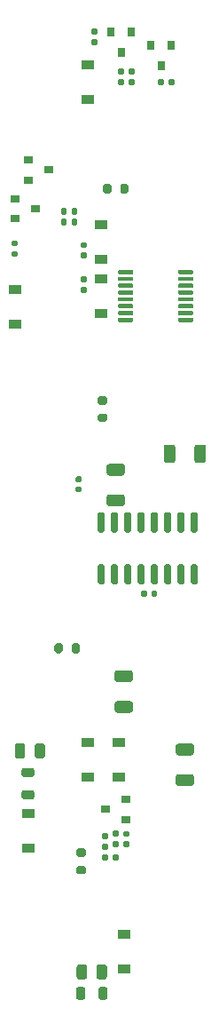
<source format=gbr>
G04 #@! TF.GenerationSoftware,KiCad,Pcbnew,(5.1.9)-1*
G04 #@! TF.CreationDate,2021-08-04T02:23:12+02:00*
G04 #@! TF.ProjectId,sequswit,73657175-7377-4697-942e-6b696361645f,rev?*
G04 #@! TF.SameCoordinates,Original*
G04 #@! TF.FileFunction,Paste,Bot*
G04 #@! TF.FilePolarity,Positive*
%FSLAX46Y46*%
G04 Gerber Fmt 4.6, Leading zero omitted, Abs format (unit mm)*
G04 Created by KiCad (PCBNEW (5.1.9)-1) date 2021-08-04 02:23:12*
%MOMM*%
%LPD*%
G01*
G04 APERTURE LIST*
%ADD10R,1.200000X0.900000*%
%ADD11R,0.900000X0.800000*%
%ADD12R,0.800000X0.900000*%
G04 APERTURE END LIST*
G04 #@! TO.C,R15*
G36*
G01*
X258181001Y-154355500D02*
X256930999Y-154355500D01*
G75*
G02*
X256681000Y-154105501I0J249999D01*
G01*
X256681000Y-153480499D01*
G75*
G02*
X256930999Y-153230500I249999J0D01*
G01*
X258181001Y-153230500D01*
G75*
G02*
X258431000Y-153480499I0J-249999D01*
G01*
X258431000Y-154105501D01*
G75*
G02*
X258181001Y-154355500I-249999J0D01*
G01*
G37*
G36*
G01*
X258181001Y-157280500D02*
X256930999Y-157280500D01*
G75*
G02*
X256681000Y-157030501I0J249999D01*
G01*
X256681000Y-156405499D01*
G75*
G02*
X256930999Y-156155500I249999J0D01*
G01*
X258181001Y-156155500D01*
G75*
G02*
X258431000Y-156405499I0J-249999D01*
G01*
X258431000Y-157030501D01*
G75*
G02*
X258181001Y-157280500I-249999J0D01*
G01*
G37*
G04 #@! TD*
G04 #@! TO.C,R14*
G36*
G01*
X252339001Y-147374500D02*
X251088999Y-147374500D01*
G75*
G02*
X250839000Y-147124501I0J249999D01*
G01*
X250839000Y-146499499D01*
G75*
G02*
X251088999Y-146249500I249999J0D01*
G01*
X252339001Y-146249500D01*
G75*
G02*
X252589000Y-146499499I0J-249999D01*
G01*
X252589000Y-147124501D01*
G75*
G02*
X252339001Y-147374500I-249999J0D01*
G01*
G37*
G36*
G01*
X252339001Y-150299500D02*
X251088999Y-150299500D01*
G75*
G02*
X250839000Y-150049501I0J249999D01*
G01*
X250839000Y-149424499D01*
G75*
G02*
X251088999Y-149174500I249999J0D01*
G01*
X252339001Y-149174500D01*
G75*
G02*
X252589000Y-149424499I0J-249999D01*
G01*
X252589000Y-150049501D01*
G75*
G02*
X252339001Y-150299500I-249999J0D01*
G01*
G37*
G04 #@! TD*
G04 #@! TO.C,R13*
G36*
G01*
X250326999Y-129485500D02*
X251577001Y-129485500D01*
G75*
G02*
X251827000Y-129735499I0J-249999D01*
G01*
X251827000Y-130360501D01*
G75*
G02*
X251577001Y-130610500I-249999J0D01*
G01*
X250326999Y-130610500D01*
G75*
G02*
X250077000Y-130360501I0J249999D01*
G01*
X250077000Y-129735499D01*
G75*
G02*
X250326999Y-129485500I249999J0D01*
G01*
G37*
G36*
G01*
X250326999Y-126560500D02*
X251577001Y-126560500D01*
G75*
G02*
X251827000Y-126810499I0J-249999D01*
G01*
X251827000Y-127435501D01*
G75*
G02*
X251577001Y-127685500I-249999J0D01*
G01*
X250326999Y-127685500D01*
G75*
G02*
X250077000Y-127435501I0J249999D01*
G01*
X250077000Y-126810499D01*
G75*
G02*
X250326999Y-126560500I249999J0D01*
G01*
G37*
G04 #@! TD*
G04 #@! TO.C,R2*
G36*
G01*
X256656000Y-124977999D02*
X256656000Y-126228001D01*
G75*
G02*
X256406001Y-126478000I-249999J0D01*
G01*
X255780999Y-126478000D01*
G75*
G02*
X255531000Y-126228001I0J249999D01*
G01*
X255531000Y-124977999D01*
G75*
G02*
X255780999Y-124728000I249999J0D01*
G01*
X256406001Y-124728000D01*
G75*
G02*
X256656000Y-124977999I0J-249999D01*
G01*
G37*
G36*
G01*
X259581000Y-124977999D02*
X259581000Y-126228001D01*
G75*
G02*
X259331001Y-126478000I-249999J0D01*
G01*
X258705999Y-126478000D01*
G75*
G02*
X258456000Y-126228001I0J249999D01*
G01*
X258456000Y-124977999D01*
G75*
G02*
X258705999Y-124728000I249999J0D01*
G01*
X259331001Y-124728000D01*
G75*
G02*
X259581000Y-124977999I0J-249999D01*
G01*
G37*
G04 #@! TD*
G04 #@! TO.C,R10*
G36*
G01*
X250206000Y-163899000D02*
X250206000Y-164269000D01*
G75*
G02*
X250071000Y-164404000I-135000J0D01*
G01*
X249801000Y-164404000D01*
G75*
G02*
X249666000Y-164269000I0J135000D01*
G01*
X249666000Y-163899000D01*
G75*
G02*
X249801000Y-163764000I135000J0D01*
G01*
X250071000Y-163764000D01*
G75*
G02*
X250206000Y-163899000I0J-135000D01*
G01*
G37*
G36*
G01*
X251226000Y-163899000D02*
X251226000Y-164269000D01*
G75*
G02*
X251091000Y-164404000I-135000J0D01*
G01*
X250821000Y-164404000D01*
G75*
G02*
X250686000Y-164269000I0J135000D01*
G01*
X250686000Y-163899000D01*
G75*
G02*
X250821000Y-163764000I135000J0D01*
G01*
X251091000Y-163764000D01*
G75*
G02*
X251226000Y-163899000I0J-135000D01*
G01*
G37*
G04 #@! TD*
G04 #@! TO.C,FB2*
G36*
G01*
X248041000Y-176656750D02*
X248041000Y-177419250D01*
G75*
G02*
X247822250Y-177638000I-218750J0D01*
G01*
X247384750Y-177638000D01*
G75*
G02*
X247166000Y-177419250I0J218750D01*
G01*
X247166000Y-176656750D01*
G75*
G02*
X247384750Y-176438000I218750J0D01*
G01*
X247822250Y-176438000D01*
G75*
G02*
X248041000Y-176656750I0J-218750D01*
G01*
G37*
G36*
G01*
X250166000Y-176656750D02*
X250166000Y-177419250D01*
G75*
G02*
X249947250Y-177638000I-218750J0D01*
G01*
X249509750Y-177638000D01*
G75*
G02*
X249291000Y-177419250I0J218750D01*
G01*
X249291000Y-176656750D01*
G75*
G02*
X249509750Y-176438000I218750J0D01*
G01*
X249947250Y-176438000D01*
G75*
G02*
X250166000Y-176656750I0J-218750D01*
G01*
G37*
G04 #@! TD*
G04 #@! TO.C,FB1*
G36*
G01*
X242188750Y-157677500D02*
X242951250Y-157677500D01*
G75*
G02*
X243170000Y-157896250I0J-218750D01*
G01*
X243170000Y-158333750D01*
G75*
G02*
X242951250Y-158552500I-218750J0D01*
G01*
X242188750Y-158552500D01*
G75*
G02*
X241970000Y-158333750I0J218750D01*
G01*
X241970000Y-157896250D01*
G75*
G02*
X242188750Y-157677500I218750J0D01*
G01*
G37*
G36*
G01*
X242188750Y-155552500D02*
X242951250Y-155552500D01*
G75*
G02*
X243170000Y-155771250I0J-218750D01*
G01*
X243170000Y-156208750D01*
G75*
G02*
X242951250Y-156427500I-218750J0D01*
G01*
X242188750Y-156427500D01*
G75*
G02*
X241970000Y-156208750I0J218750D01*
G01*
X241970000Y-155771250D01*
G75*
G02*
X242188750Y-155552500I218750J0D01*
G01*
G37*
G04 #@! TD*
D10*
G04 #@! TO.C,D12*
X251714000Y-174752000D03*
X251714000Y-171452000D03*
G04 #@! TD*
G04 #@! TO.C,D11*
X242570000Y-163195000D03*
X242570000Y-159895000D03*
G04 #@! TD*
G04 #@! TO.C,C6*
G36*
G01*
X249116000Y-175481000D02*
X249116000Y-174531000D01*
G75*
G02*
X249366000Y-174281000I250000J0D01*
G01*
X249866000Y-174281000D01*
G75*
G02*
X250116000Y-174531000I0J-250000D01*
G01*
X250116000Y-175481000D01*
G75*
G02*
X249866000Y-175731000I-250000J0D01*
G01*
X249366000Y-175731000D01*
G75*
G02*
X249116000Y-175481000I0J250000D01*
G01*
G37*
G36*
G01*
X247216000Y-175481000D02*
X247216000Y-174531000D01*
G75*
G02*
X247466000Y-174281000I250000J0D01*
G01*
X247966000Y-174281000D01*
G75*
G02*
X248216000Y-174531000I0J-250000D01*
G01*
X248216000Y-175481000D01*
G75*
G02*
X247966000Y-175731000I-250000J0D01*
G01*
X247466000Y-175731000D01*
G75*
G02*
X247216000Y-175481000I0J250000D01*
G01*
G37*
G04 #@! TD*
G04 #@! TO.C,C5*
G36*
G01*
X242308000Y-153449000D02*
X242308000Y-154399000D01*
G75*
G02*
X242058000Y-154649000I-250000J0D01*
G01*
X241558000Y-154649000D01*
G75*
G02*
X241308000Y-154399000I0J250000D01*
G01*
X241308000Y-153449000D01*
G75*
G02*
X241558000Y-153199000I250000J0D01*
G01*
X242058000Y-153199000D01*
G75*
G02*
X242308000Y-153449000I0J-250000D01*
G01*
G37*
G36*
G01*
X244208000Y-153449000D02*
X244208000Y-154399000D01*
G75*
G02*
X243958000Y-154649000I-250000J0D01*
G01*
X243458000Y-154649000D01*
G75*
G02*
X243208000Y-154399000I0J250000D01*
G01*
X243208000Y-153449000D01*
G75*
G02*
X243458000Y-153199000I250000J0D01*
G01*
X243958000Y-153199000D01*
G75*
G02*
X244208000Y-153449000I0J-250000D01*
G01*
G37*
G04 #@! TD*
G04 #@! TO.C,R19*
G36*
G01*
X247925000Y-164040000D02*
X247375000Y-164040000D01*
G75*
G02*
X247175000Y-163840000I0J200000D01*
G01*
X247175000Y-163440000D01*
G75*
G02*
X247375000Y-163240000I200000J0D01*
G01*
X247925000Y-163240000D01*
G75*
G02*
X248125000Y-163440000I0J-200000D01*
G01*
X248125000Y-163840000D01*
G75*
G02*
X247925000Y-164040000I-200000J0D01*
G01*
G37*
G36*
G01*
X247925000Y-165690000D02*
X247375000Y-165690000D01*
G75*
G02*
X247175000Y-165490000I0J200000D01*
G01*
X247175000Y-165090000D01*
G75*
G02*
X247375000Y-164890000I200000J0D01*
G01*
X247925000Y-164890000D01*
G75*
G02*
X248125000Y-165090000I0J-200000D01*
G01*
X248125000Y-165490000D01*
G75*
G02*
X247925000Y-165690000I-200000J0D01*
G01*
G37*
G04 #@! TD*
G04 #@! TO.C,R18*
G36*
G01*
X245891000Y-143870000D02*
X245891000Y-144420000D01*
G75*
G02*
X245691000Y-144620000I-200000J0D01*
G01*
X245291000Y-144620000D01*
G75*
G02*
X245091000Y-144420000I0J200000D01*
G01*
X245091000Y-143870000D01*
G75*
G02*
X245291000Y-143670000I200000J0D01*
G01*
X245691000Y-143670000D01*
G75*
G02*
X245891000Y-143870000I0J-200000D01*
G01*
G37*
G36*
G01*
X247541000Y-143870000D02*
X247541000Y-144420000D01*
G75*
G02*
X247341000Y-144620000I-200000J0D01*
G01*
X246941000Y-144620000D01*
G75*
G02*
X246741000Y-144420000I0J200000D01*
G01*
X246741000Y-143870000D01*
G75*
G02*
X246941000Y-143670000I200000J0D01*
G01*
X247341000Y-143670000D01*
G75*
G02*
X247541000Y-143870000I0J-200000D01*
G01*
G37*
G04 #@! TD*
G04 #@! TO.C,R17*
G36*
G01*
X249957000Y-120924000D02*
X249407000Y-120924000D01*
G75*
G02*
X249207000Y-120724000I0J200000D01*
G01*
X249207000Y-120324000D01*
G75*
G02*
X249407000Y-120124000I200000J0D01*
G01*
X249957000Y-120124000D01*
G75*
G02*
X250157000Y-120324000I0J-200000D01*
G01*
X250157000Y-120724000D01*
G75*
G02*
X249957000Y-120924000I-200000J0D01*
G01*
G37*
G36*
G01*
X249957000Y-122574000D02*
X249407000Y-122574000D01*
G75*
G02*
X249207000Y-122374000I0J200000D01*
G01*
X249207000Y-121974000D01*
G75*
G02*
X249407000Y-121774000I200000J0D01*
G01*
X249957000Y-121774000D01*
G75*
G02*
X250157000Y-121974000I0J-200000D01*
G01*
X250157000Y-122374000D01*
G75*
G02*
X249957000Y-122574000I-200000J0D01*
G01*
G37*
G04 #@! TD*
G04 #@! TO.C,R16*
G36*
G01*
X251377000Y-100605000D02*
X251377000Y-100055000D01*
G75*
G02*
X251577000Y-99855000I200000J0D01*
G01*
X251977000Y-99855000D01*
G75*
G02*
X252177000Y-100055000I0J-200000D01*
G01*
X252177000Y-100605000D01*
G75*
G02*
X251977000Y-100805000I-200000J0D01*
G01*
X251577000Y-100805000D01*
G75*
G02*
X251377000Y-100605000I0J200000D01*
G01*
G37*
G36*
G01*
X249727000Y-100605000D02*
X249727000Y-100055000D01*
G75*
G02*
X249927000Y-99855000I200000J0D01*
G01*
X250327000Y-99855000D01*
G75*
G02*
X250527000Y-100055000I0J-200000D01*
G01*
X250527000Y-100605000D01*
G75*
G02*
X250327000Y-100805000I-200000J0D01*
G01*
X249927000Y-100805000D01*
G75*
G02*
X249727000Y-100605000I0J200000D01*
G01*
G37*
G04 #@! TD*
G04 #@! TO.C,R12*
G36*
G01*
X250121000Y-162320000D02*
X249751000Y-162320000D01*
G75*
G02*
X249616000Y-162185000I0J135000D01*
G01*
X249616000Y-161915000D01*
G75*
G02*
X249751000Y-161780000I135000J0D01*
G01*
X250121000Y-161780000D01*
G75*
G02*
X250256000Y-161915000I0J-135000D01*
G01*
X250256000Y-162185000D01*
G75*
G02*
X250121000Y-162320000I-135000J0D01*
G01*
G37*
G36*
G01*
X250121000Y-163340000D02*
X249751000Y-163340000D01*
G75*
G02*
X249616000Y-163205000I0J135000D01*
G01*
X249616000Y-162935000D01*
G75*
G02*
X249751000Y-162800000I135000J0D01*
G01*
X250121000Y-162800000D01*
G75*
G02*
X250256000Y-162935000I0J-135000D01*
G01*
X250256000Y-163205000D01*
G75*
G02*
X250121000Y-163340000I-135000J0D01*
G01*
G37*
G04 #@! TD*
G04 #@! TO.C,R11*
G36*
G01*
X250767000Y-162546000D02*
X251137000Y-162546000D01*
G75*
G02*
X251272000Y-162681000I0J-135000D01*
G01*
X251272000Y-162951000D01*
G75*
G02*
X251137000Y-163086000I-135000J0D01*
G01*
X250767000Y-163086000D01*
G75*
G02*
X250632000Y-162951000I0J135000D01*
G01*
X250632000Y-162681000D01*
G75*
G02*
X250767000Y-162546000I135000J0D01*
G01*
G37*
G36*
G01*
X250767000Y-161526000D02*
X251137000Y-161526000D01*
G75*
G02*
X251272000Y-161661000I0J-135000D01*
G01*
X251272000Y-161931000D01*
G75*
G02*
X251137000Y-162066000I-135000J0D01*
G01*
X250767000Y-162066000D01*
G75*
G02*
X250632000Y-161931000I0J135000D01*
G01*
X250632000Y-161661000D01*
G75*
G02*
X250767000Y-161526000I135000J0D01*
G01*
G37*
G04 #@! TD*
D11*
G04 #@! TO.C,Q5*
X249952000Y-159512000D03*
X251952000Y-160462000D03*
X251952000Y-158562000D03*
G04 #@! TD*
D10*
G04 #@! TO.C,D6*
X248285000Y-156462000D03*
X248285000Y-153162000D03*
G04 #@! TD*
G04 #@! TO.C,D5*
X251206000Y-156462000D03*
X251206000Y-153162000D03*
G04 #@! TD*
G04 #@! TO.C,C4*
G36*
G01*
X253955000Y-138768000D02*
X253955000Y-139108000D01*
G75*
G02*
X253815000Y-139248000I-140000J0D01*
G01*
X253535000Y-139248000D01*
G75*
G02*
X253395000Y-139108000I0J140000D01*
G01*
X253395000Y-138768000D01*
G75*
G02*
X253535000Y-138628000I140000J0D01*
G01*
X253815000Y-138628000D01*
G75*
G02*
X253955000Y-138768000I0J-140000D01*
G01*
G37*
G36*
G01*
X254915000Y-138768000D02*
X254915000Y-139108000D01*
G75*
G02*
X254775000Y-139248000I-140000J0D01*
G01*
X254495000Y-139248000D01*
G75*
G02*
X254355000Y-139108000I0J140000D01*
G01*
X254355000Y-138768000D01*
G75*
G02*
X254495000Y-138628000I140000J0D01*
G01*
X254775000Y-138628000D01*
G75*
G02*
X254915000Y-138768000I0J-140000D01*
G01*
G37*
G04 #@! TD*
G04 #@! TO.C,C3*
G36*
G01*
X247566000Y-128324000D02*
X247226000Y-128324000D01*
G75*
G02*
X247086000Y-128184000I0J140000D01*
G01*
X247086000Y-127904000D01*
G75*
G02*
X247226000Y-127764000I140000J0D01*
G01*
X247566000Y-127764000D01*
G75*
G02*
X247706000Y-127904000I0J-140000D01*
G01*
X247706000Y-128184000D01*
G75*
G02*
X247566000Y-128324000I-140000J0D01*
G01*
G37*
G36*
G01*
X247566000Y-129284000D02*
X247226000Y-129284000D01*
G75*
G02*
X247086000Y-129144000I0J140000D01*
G01*
X247086000Y-128864000D01*
G75*
G02*
X247226000Y-128724000I140000J0D01*
G01*
X247566000Y-128724000D01*
G75*
G02*
X247706000Y-128864000I0J-140000D01*
G01*
X247706000Y-129144000D01*
G75*
G02*
X247566000Y-129284000I-140000J0D01*
G01*
G37*
G04 #@! TD*
G04 #@! TO.C,C2*
G36*
G01*
X247734000Y-106400000D02*
X248074000Y-106400000D01*
G75*
G02*
X248214000Y-106540000I0J-140000D01*
G01*
X248214000Y-106820000D01*
G75*
G02*
X248074000Y-106960000I-140000J0D01*
G01*
X247734000Y-106960000D01*
G75*
G02*
X247594000Y-106820000I0J140000D01*
G01*
X247594000Y-106540000D01*
G75*
G02*
X247734000Y-106400000I140000J0D01*
G01*
G37*
G36*
G01*
X247734000Y-105440000D02*
X248074000Y-105440000D01*
G75*
G02*
X248214000Y-105580000I0J-140000D01*
G01*
X248214000Y-105860000D01*
G75*
G02*
X248074000Y-106000000I-140000J0D01*
G01*
X247734000Y-106000000D01*
G75*
G02*
X247594000Y-105860000I0J140000D01*
G01*
X247594000Y-105580000D01*
G75*
G02*
X247734000Y-105440000I140000J0D01*
G01*
G37*
G04 #@! TD*
G04 #@! TO.C,C1*
G36*
G01*
X251798000Y-162534000D02*
X252138000Y-162534000D01*
G75*
G02*
X252278000Y-162674000I0J-140000D01*
G01*
X252278000Y-162954000D01*
G75*
G02*
X252138000Y-163094000I-140000J0D01*
G01*
X251798000Y-163094000D01*
G75*
G02*
X251658000Y-162954000I0J140000D01*
G01*
X251658000Y-162674000D01*
G75*
G02*
X251798000Y-162534000I140000J0D01*
G01*
G37*
G36*
G01*
X251798000Y-161574000D02*
X252138000Y-161574000D01*
G75*
G02*
X252278000Y-161714000I0J-140000D01*
G01*
X252278000Y-161994000D01*
G75*
G02*
X252138000Y-162134000I-140000J0D01*
G01*
X251798000Y-162134000D01*
G75*
G02*
X251658000Y-161994000I0J140000D01*
G01*
X251658000Y-161714000D01*
G75*
G02*
X251798000Y-161574000I140000J0D01*
G01*
G37*
G04 #@! TD*
G04 #@! TO.C,R9*
G36*
G01*
X248089000Y-109236000D02*
X247719000Y-109236000D01*
G75*
G02*
X247584000Y-109101000I0J135000D01*
G01*
X247584000Y-108831000D01*
G75*
G02*
X247719000Y-108696000I135000J0D01*
G01*
X248089000Y-108696000D01*
G75*
G02*
X248224000Y-108831000I0J-135000D01*
G01*
X248224000Y-109101000D01*
G75*
G02*
X248089000Y-109236000I-135000J0D01*
G01*
G37*
G36*
G01*
X248089000Y-110256000D02*
X247719000Y-110256000D01*
G75*
G02*
X247584000Y-110121000I0J135000D01*
G01*
X247584000Y-109851000D01*
G75*
G02*
X247719000Y-109716000I135000J0D01*
G01*
X248089000Y-109716000D01*
G75*
G02*
X248224000Y-109851000I0J-135000D01*
G01*
X248224000Y-110121000D01*
G75*
G02*
X248089000Y-110256000I-135000J0D01*
G01*
G37*
G04 #@! TD*
G04 #@! TO.C,R8*
G36*
G01*
X256018000Y-90355000D02*
X256018000Y-89985000D01*
G75*
G02*
X256153000Y-89850000I135000J0D01*
G01*
X256423000Y-89850000D01*
G75*
G02*
X256558000Y-89985000I0J-135000D01*
G01*
X256558000Y-90355000D01*
G75*
G02*
X256423000Y-90490000I-135000J0D01*
G01*
X256153000Y-90490000D01*
G75*
G02*
X256018000Y-90355000I0J135000D01*
G01*
G37*
G36*
G01*
X254998000Y-90355000D02*
X254998000Y-89985000D01*
G75*
G02*
X255133000Y-89850000I135000J0D01*
G01*
X255403000Y-89850000D01*
G75*
G02*
X255538000Y-89985000I0J-135000D01*
G01*
X255538000Y-90355000D01*
G75*
G02*
X255403000Y-90490000I-135000J0D01*
G01*
X255133000Y-90490000D01*
G75*
G02*
X254998000Y-90355000I0J135000D01*
G01*
G37*
G04 #@! TD*
G04 #@! TO.C,R7*
G36*
G01*
X246747000Y-102674000D02*
X246747000Y-102304000D01*
G75*
G02*
X246882000Y-102169000I135000J0D01*
G01*
X247152000Y-102169000D01*
G75*
G02*
X247287000Y-102304000I0J-135000D01*
G01*
X247287000Y-102674000D01*
G75*
G02*
X247152000Y-102809000I-135000J0D01*
G01*
X246882000Y-102809000D01*
G75*
G02*
X246747000Y-102674000I0J135000D01*
G01*
G37*
G36*
G01*
X245727000Y-102674000D02*
X245727000Y-102304000D01*
G75*
G02*
X245862000Y-102169000I135000J0D01*
G01*
X246132000Y-102169000D01*
G75*
G02*
X246267000Y-102304000I0J-135000D01*
G01*
X246267000Y-102674000D01*
G75*
G02*
X246132000Y-102809000I-135000J0D01*
G01*
X245862000Y-102809000D01*
G75*
G02*
X245727000Y-102674000I0J135000D01*
G01*
G37*
G04 #@! TD*
G04 #@! TO.C,R6*
G36*
G01*
X246265000Y-103320000D02*
X246265000Y-103690000D01*
G75*
G02*
X246130000Y-103825000I-135000J0D01*
G01*
X245860000Y-103825000D01*
G75*
G02*
X245725000Y-103690000I0J135000D01*
G01*
X245725000Y-103320000D01*
G75*
G02*
X245860000Y-103185000I135000J0D01*
G01*
X246130000Y-103185000D01*
G75*
G02*
X246265000Y-103320000I0J-135000D01*
G01*
G37*
G36*
G01*
X247285000Y-103320000D02*
X247285000Y-103690000D01*
G75*
G02*
X247150000Y-103825000I-135000J0D01*
G01*
X246880000Y-103825000D01*
G75*
G02*
X246745000Y-103690000I0J135000D01*
G01*
X246745000Y-103320000D01*
G75*
G02*
X246880000Y-103185000I135000J0D01*
G01*
X247150000Y-103185000D01*
G75*
G02*
X247285000Y-103320000I0J-135000D01*
G01*
G37*
G04 #@! TD*
G04 #@! TO.C,R5*
G36*
G01*
X251645000Y-89420000D02*
X251275000Y-89420000D01*
G75*
G02*
X251140000Y-89285000I0J135000D01*
G01*
X251140000Y-89015000D01*
G75*
G02*
X251275000Y-88880000I135000J0D01*
G01*
X251645000Y-88880000D01*
G75*
G02*
X251780000Y-89015000I0J-135000D01*
G01*
X251780000Y-89285000D01*
G75*
G02*
X251645000Y-89420000I-135000J0D01*
G01*
G37*
G36*
G01*
X251645000Y-90440000D02*
X251275000Y-90440000D01*
G75*
G02*
X251140000Y-90305000I0J135000D01*
G01*
X251140000Y-90035000D01*
G75*
G02*
X251275000Y-89900000I135000J0D01*
G01*
X251645000Y-89900000D01*
G75*
G02*
X251780000Y-90035000I0J-135000D01*
G01*
X251780000Y-90305000D01*
G75*
G02*
X251645000Y-90440000I-135000J0D01*
G01*
G37*
G04 #@! TD*
G04 #@! TO.C,R4*
G36*
G01*
X241115000Y-106285000D02*
X241485000Y-106285000D01*
G75*
G02*
X241620000Y-106420000I0J-135000D01*
G01*
X241620000Y-106690000D01*
G75*
G02*
X241485000Y-106825000I-135000J0D01*
G01*
X241115000Y-106825000D01*
G75*
G02*
X240980000Y-106690000I0J135000D01*
G01*
X240980000Y-106420000D01*
G75*
G02*
X241115000Y-106285000I135000J0D01*
G01*
G37*
G36*
G01*
X241115000Y-105265000D02*
X241485000Y-105265000D01*
G75*
G02*
X241620000Y-105400000I0J-135000D01*
G01*
X241620000Y-105670000D01*
G75*
G02*
X241485000Y-105805000I-135000J0D01*
G01*
X241115000Y-105805000D01*
G75*
G02*
X240980000Y-105670000I0J135000D01*
G01*
X240980000Y-105400000D01*
G75*
G02*
X241115000Y-105265000I135000J0D01*
G01*
G37*
G04 #@! TD*
D11*
G04 #@! TO.C,Q4*
X244586000Y-98552000D03*
X242586000Y-97602000D03*
X242586000Y-99502000D03*
G04 #@! TD*
G04 #@! TO.C,Q3*
X243300000Y-102235000D03*
X241300000Y-101285000D03*
X241300000Y-103185000D03*
G04 #@! TD*
D12*
G04 #@! TO.C,Q2*
X251460000Y-87360000D03*
X252410000Y-85360000D03*
X250510000Y-85360000D03*
G04 #@! TD*
D10*
G04 #@! TO.C,D4*
X241300000Y-113283000D03*
X241300000Y-109983000D03*
G04 #@! TD*
G04 #@! TO.C,D3*
X249555000Y-112266000D03*
X249555000Y-108966000D03*
G04 #@! TD*
G04 #@! TO.C,D2*
X249555000Y-103761000D03*
X249555000Y-107061000D03*
G04 #@! TD*
G04 #@! TO.C,R3*
G36*
G01*
X252291000Y-89902000D02*
X252661000Y-89902000D01*
G75*
G02*
X252796000Y-90037000I0J-135000D01*
G01*
X252796000Y-90307000D01*
G75*
G02*
X252661000Y-90442000I-135000J0D01*
G01*
X252291000Y-90442000D01*
G75*
G02*
X252156000Y-90307000I0J135000D01*
G01*
X252156000Y-90037000D01*
G75*
G02*
X252291000Y-89902000I135000J0D01*
G01*
G37*
G36*
G01*
X252291000Y-88882000D02*
X252661000Y-88882000D01*
G75*
G02*
X252796000Y-89017000I0J-135000D01*
G01*
X252796000Y-89287000D01*
G75*
G02*
X252661000Y-89422000I-135000J0D01*
G01*
X252291000Y-89422000D01*
G75*
G02*
X252156000Y-89287000I0J135000D01*
G01*
X252156000Y-89017000D01*
G75*
G02*
X252291000Y-88882000I135000J0D01*
G01*
G37*
G04 #@! TD*
D12*
G04 #@! TO.C,Q1*
X255270000Y-88630000D03*
X256220000Y-86630000D03*
X254320000Y-86630000D03*
G04 #@! TD*
G04 #@! TO.C,R1*
G36*
G01*
X248735000Y-86090000D02*
X249105000Y-86090000D01*
G75*
G02*
X249240000Y-86225000I0J-135000D01*
G01*
X249240000Y-86495000D01*
G75*
G02*
X249105000Y-86630000I-135000J0D01*
G01*
X248735000Y-86630000D01*
G75*
G02*
X248600000Y-86495000I0J135000D01*
G01*
X248600000Y-86225000D01*
G75*
G02*
X248735000Y-86090000I135000J0D01*
G01*
G37*
G36*
G01*
X248735000Y-85070000D02*
X249105000Y-85070000D01*
G75*
G02*
X249240000Y-85205000I0J-135000D01*
G01*
X249240000Y-85475000D01*
G75*
G02*
X249105000Y-85610000I-135000J0D01*
G01*
X248735000Y-85610000D01*
G75*
G02*
X248600000Y-85475000I0J135000D01*
G01*
X248600000Y-85205000D01*
G75*
G02*
X248735000Y-85070000I135000J0D01*
G01*
G37*
G04 #@! TD*
D10*
G04 #@! TO.C,D1*
X248285000Y-91820000D03*
X248285000Y-88520000D03*
G04 #@! TD*
G04 #@! TO.C,U1*
G36*
G01*
X252637000Y-108186000D02*
X252637000Y-108386000D01*
G75*
G02*
X252537000Y-108486000I-100000J0D01*
G01*
X251262000Y-108486000D01*
G75*
G02*
X251162000Y-108386000I0J100000D01*
G01*
X251162000Y-108186000D01*
G75*
G02*
X251262000Y-108086000I100000J0D01*
G01*
X252537000Y-108086000D01*
G75*
G02*
X252637000Y-108186000I0J-100000D01*
G01*
G37*
G36*
G01*
X252637000Y-108836000D02*
X252637000Y-109036000D01*
G75*
G02*
X252537000Y-109136000I-100000J0D01*
G01*
X251262000Y-109136000D01*
G75*
G02*
X251162000Y-109036000I0J100000D01*
G01*
X251162000Y-108836000D01*
G75*
G02*
X251262000Y-108736000I100000J0D01*
G01*
X252537000Y-108736000D01*
G75*
G02*
X252637000Y-108836000I0J-100000D01*
G01*
G37*
G36*
G01*
X252637000Y-109486000D02*
X252637000Y-109686000D01*
G75*
G02*
X252537000Y-109786000I-100000J0D01*
G01*
X251262000Y-109786000D01*
G75*
G02*
X251162000Y-109686000I0J100000D01*
G01*
X251162000Y-109486000D01*
G75*
G02*
X251262000Y-109386000I100000J0D01*
G01*
X252537000Y-109386000D01*
G75*
G02*
X252637000Y-109486000I0J-100000D01*
G01*
G37*
G36*
G01*
X252637000Y-110136000D02*
X252637000Y-110336000D01*
G75*
G02*
X252537000Y-110436000I-100000J0D01*
G01*
X251262000Y-110436000D01*
G75*
G02*
X251162000Y-110336000I0J100000D01*
G01*
X251162000Y-110136000D01*
G75*
G02*
X251262000Y-110036000I100000J0D01*
G01*
X252537000Y-110036000D01*
G75*
G02*
X252637000Y-110136000I0J-100000D01*
G01*
G37*
G36*
G01*
X252637000Y-110786000D02*
X252637000Y-110986000D01*
G75*
G02*
X252537000Y-111086000I-100000J0D01*
G01*
X251262000Y-111086000D01*
G75*
G02*
X251162000Y-110986000I0J100000D01*
G01*
X251162000Y-110786000D01*
G75*
G02*
X251262000Y-110686000I100000J0D01*
G01*
X252537000Y-110686000D01*
G75*
G02*
X252637000Y-110786000I0J-100000D01*
G01*
G37*
G36*
G01*
X252637000Y-111436000D02*
X252637000Y-111636000D01*
G75*
G02*
X252537000Y-111736000I-100000J0D01*
G01*
X251262000Y-111736000D01*
G75*
G02*
X251162000Y-111636000I0J100000D01*
G01*
X251162000Y-111436000D01*
G75*
G02*
X251262000Y-111336000I100000J0D01*
G01*
X252537000Y-111336000D01*
G75*
G02*
X252637000Y-111436000I0J-100000D01*
G01*
G37*
G36*
G01*
X252637000Y-112086000D02*
X252637000Y-112286000D01*
G75*
G02*
X252537000Y-112386000I-100000J0D01*
G01*
X251262000Y-112386000D01*
G75*
G02*
X251162000Y-112286000I0J100000D01*
G01*
X251162000Y-112086000D01*
G75*
G02*
X251262000Y-111986000I100000J0D01*
G01*
X252537000Y-111986000D01*
G75*
G02*
X252637000Y-112086000I0J-100000D01*
G01*
G37*
G36*
G01*
X252637000Y-112736000D02*
X252637000Y-112936000D01*
G75*
G02*
X252537000Y-113036000I-100000J0D01*
G01*
X251262000Y-113036000D01*
G75*
G02*
X251162000Y-112936000I0J100000D01*
G01*
X251162000Y-112736000D01*
G75*
G02*
X251262000Y-112636000I100000J0D01*
G01*
X252537000Y-112636000D01*
G75*
G02*
X252637000Y-112736000I0J-100000D01*
G01*
G37*
G36*
G01*
X258362000Y-112736000D02*
X258362000Y-112936000D01*
G75*
G02*
X258262000Y-113036000I-100000J0D01*
G01*
X256987000Y-113036000D01*
G75*
G02*
X256887000Y-112936000I0J100000D01*
G01*
X256887000Y-112736000D01*
G75*
G02*
X256987000Y-112636000I100000J0D01*
G01*
X258262000Y-112636000D01*
G75*
G02*
X258362000Y-112736000I0J-100000D01*
G01*
G37*
G36*
G01*
X258362000Y-112086000D02*
X258362000Y-112286000D01*
G75*
G02*
X258262000Y-112386000I-100000J0D01*
G01*
X256987000Y-112386000D01*
G75*
G02*
X256887000Y-112286000I0J100000D01*
G01*
X256887000Y-112086000D01*
G75*
G02*
X256987000Y-111986000I100000J0D01*
G01*
X258262000Y-111986000D01*
G75*
G02*
X258362000Y-112086000I0J-100000D01*
G01*
G37*
G36*
G01*
X258362000Y-111436000D02*
X258362000Y-111636000D01*
G75*
G02*
X258262000Y-111736000I-100000J0D01*
G01*
X256987000Y-111736000D01*
G75*
G02*
X256887000Y-111636000I0J100000D01*
G01*
X256887000Y-111436000D01*
G75*
G02*
X256987000Y-111336000I100000J0D01*
G01*
X258262000Y-111336000D01*
G75*
G02*
X258362000Y-111436000I0J-100000D01*
G01*
G37*
G36*
G01*
X258362000Y-110786000D02*
X258362000Y-110986000D01*
G75*
G02*
X258262000Y-111086000I-100000J0D01*
G01*
X256987000Y-111086000D01*
G75*
G02*
X256887000Y-110986000I0J100000D01*
G01*
X256887000Y-110786000D01*
G75*
G02*
X256987000Y-110686000I100000J0D01*
G01*
X258262000Y-110686000D01*
G75*
G02*
X258362000Y-110786000I0J-100000D01*
G01*
G37*
G36*
G01*
X258362000Y-110136000D02*
X258362000Y-110336000D01*
G75*
G02*
X258262000Y-110436000I-100000J0D01*
G01*
X256987000Y-110436000D01*
G75*
G02*
X256887000Y-110336000I0J100000D01*
G01*
X256887000Y-110136000D01*
G75*
G02*
X256987000Y-110036000I100000J0D01*
G01*
X258262000Y-110036000D01*
G75*
G02*
X258362000Y-110136000I0J-100000D01*
G01*
G37*
G36*
G01*
X258362000Y-109486000D02*
X258362000Y-109686000D01*
G75*
G02*
X258262000Y-109786000I-100000J0D01*
G01*
X256987000Y-109786000D01*
G75*
G02*
X256887000Y-109686000I0J100000D01*
G01*
X256887000Y-109486000D01*
G75*
G02*
X256987000Y-109386000I100000J0D01*
G01*
X258262000Y-109386000D01*
G75*
G02*
X258362000Y-109486000I0J-100000D01*
G01*
G37*
G36*
G01*
X258362000Y-108836000D02*
X258362000Y-109036000D01*
G75*
G02*
X258262000Y-109136000I-100000J0D01*
G01*
X256987000Y-109136000D01*
G75*
G02*
X256887000Y-109036000I0J100000D01*
G01*
X256887000Y-108836000D01*
G75*
G02*
X256987000Y-108736000I100000J0D01*
G01*
X258262000Y-108736000D01*
G75*
G02*
X258362000Y-108836000I0J-100000D01*
G01*
G37*
G36*
G01*
X258362000Y-108186000D02*
X258362000Y-108386000D01*
G75*
G02*
X258262000Y-108486000I-100000J0D01*
G01*
X256987000Y-108486000D01*
G75*
G02*
X256887000Y-108386000I0J100000D01*
G01*
X256887000Y-108186000D01*
G75*
G02*
X256987000Y-108086000I100000J0D01*
G01*
X258262000Y-108086000D01*
G75*
G02*
X258362000Y-108186000I0J-100000D01*
G01*
G37*
G04 #@! TD*
G04 #@! TO.C,U2*
G36*
G01*
X258595000Y-133120000D02*
X258295000Y-133120000D01*
G75*
G02*
X258145000Y-132970000I0J150000D01*
G01*
X258145000Y-131320000D01*
G75*
G02*
X258295000Y-131170000I150000J0D01*
G01*
X258595000Y-131170000D01*
G75*
G02*
X258745000Y-131320000I0J-150000D01*
G01*
X258745000Y-132970000D01*
G75*
G02*
X258595000Y-133120000I-150000J0D01*
G01*
G37*
G36*
G01*
X257325000Y-133120000D02*
X257025000Y-133120000D01*
G75*
G02*
X256875000Y-132970000I0J150000D01*
G01*
X256875000Y-131320000D01*
G75*
G02*
X257025000Y-131170000I150000J0D01*
G01*
X257325000Y-131170000D01*
G75*
G02*
X257475000Y-131320000I0J-150000D01*
G01*
X257475000Y-132970000D01*
G75*
G02*
X257325000Y-133120000I-150000J0D01*
G01*
G37*
G36*
G01*
X256055000Y-133120000D02*
X255755000Y-133120000D01*
G75*
G02*
X255605000Y-132970000I0J150000D01*
G01*
X255605000Y-131320000D01*
G75*
G02*
X255755000Y-131170000I150000J0D01*
G01*
X256055000Y-131170000D01*
G75*
G02*
X256205000Y-131320000I0J-150000D01*
G01*
X256205000Y-132970000D01*
G75*
G02*
X256055000Y-133120000I-150000J0D01*
G01*
G37*
G36*
G01*
X254785000Y-133120000D02*
X254485000Y-133120000D01*
G75*
G02*
X254335000Y-132970000I0J150000D01*
G01*
X254335000Y-131320000D01*
G75*
G02*
X254485000Y-131170000I150000J0D01*
G01*
X254785000Y-131170000D01*
G75*
G02*
X254935000Y-131320000I0J-150000D01*
G01*
X254935000Y-132970000D01*
G75*
G02*
X254785000Y-133120000I-150000J0D01*
G01*
G37*
G36*
G01*
X253515000Y-133120000D02*
X253215000Y-133120000D01*
G75*
G02*
X253065000Y-132970000I0J150000D01*
G01*
X253065000Y-131320000D01*
G75*
G02*
X253215000Y-131170000I150000J0D01*
G01*
X253515000Y-131170000D01*
G75*
G02*
X253665000Y-131320000I0J-150000D01*
G01*
X253665000Y-132970000D01*
G75*
G02*
X253515000Y-133120000I-150000J0D01*
G01*
G37*
G36*
G01*
X252245000Y-133120000D02*
X251945000Y-133120000D01*
G75*
G02*
X251795000Y-132970000I0J150000D01*
G01*
X251795000Y-131320000D01*
G75*
G02*
X251945000Y-131170000I150000J0D01*
G01*
X252245000Y-131170000D01*
G75*
G02*
X252395000Y-131320000I0J-150000D01*
G01*
X252395000Y-132970000D01*
G75*
G02*
X252245000Y-133120000I-150000J0D01*
G01*
G37*
G36*
G01*
X250975000Y-133120000D02*
X250675000Y-133120000D01*
G75*
G02*
X250525000Y-132970000I0J150000D01*
G01*
X250525000Y-131320000D01*
G75*
G02*
X250675000Y-131170000I150000J0D01*
G01*
X250975000Y-131170000D01*
G75*
G02*
X251125000Y-131320000I0J-150000D01*
G01*
X251125000Y-132970000D01*
G75*
G02*
X250975000Y-133120000I-150000J0D01*
G01*
G37*
G36*
G01*
X249705000Y-133120000D02*
X249405000Y-133120000D01*
G75*
G02*
X249255000Y-132970000I0J150000D01*
G01*
X249255000Y-131320000D01*
G75*
G02*
X249405000Y-131170000I150000J0D01*
G01*
X249705000Y-131170000D01*
G75*
G02*
X249855000Y-131320000I0J-150000D01*
G01*
X249855000Y-132970000D01*
G75*
G02*
X249705000Y-133120000I-150000J0D01*
G01*
G37*
G36*
G01*
X249705000Y-138070000D02*
X249405000Y-138070000D01*
G75*
G02*
X249255000Y-137920000I0J150000D01*
G01*
X249255000Y-136270000D01*
G75*
G02*
X249405000Y-136120000I150000J0D01*
G01*
X249705000Y-136120000D01*
G75*
G02*
X249855000Y-136270000I0J-150000D01*
G01*
X249855000Y-137920000D01*
G75*
G02*
X249705000Y-138070000I-150000J0D01*
G01*
G37*
G36*
G01*
X250975000Y-138070000D02*
X250675000Y-138070000D01*
G75*
G02*
X250525000Y-137920000I0J150000D01*
G01*
X250525000Y-136270000D01*
G75*
G02*
X250675000Y-136120000I150000J0D01*
G01*
X250975000Y-136120000D01*
G75*
G02*
X251125000Y-136270000I0J-150000D01*
G01*
X251125000Y-137920000D01*
G75*
G02*
X250975000Y-138070000I-150000J0D01*
G01*
G37*
G36*
G01*
X252245000Y-138070000D02*
X251945000Y-138070000D01*
G75*
G02*
X251795000Y-137920000I0J150000D01*
G01*
X251795000Y-136270000D01*
G75*
G02*
X251945000Y-136120000I150000J0D01*
G01*
X252245000Y-136120000D01*
G75*
G02*
X252395000Y-136270000I0J-150000D01*
G01*
X252395000Y-137920000D01*
G75*
G02*
X252245000Y-138070000I-150000J0D01*
G01*
G37*
G36*
G01*
X253515000Y-138070000D02*
X253215000Y-138070000D01*
G75*
G02*
X253065000Y-137920000I0J150000D01*
G01*
X253065000Y-136270000D01*
G75*
G02*
X253215000Y-136120000I150000J0D01*
G01*
X253515000Y-136120000D01*
G75*
G02*
X253665000Y-136270000I0J-150000D01*
G01*
X253665000Y-137920000D01*
G75*
G02*
X253515000Y-138070000I-150000J0D01*
G01*
G37*
G36*
G01*
X254785000Y-138070000D02*
X254485000Y-138070000D01*
G75*
G02*
X254335000Y-137920000I0J150000D01*
G01*
X254335000Y-136270000D01*
G75*
G02*
X254485000Y-136120000I150000J0D01*
G01*
X254785000Y-136120000D01*
G75*
G02*
X254935000Y-136270000I0J-150000D01*
G01*
X254935000Y-137920000D01*
G75*
G02*
X254785000Y-138070000I-150000J0D01*
G01*
G37*
G36*
G01*
X256055000Y-138070000D02*
X255755000Y-138070000D01*
G75*
G02*
X255605000Y-137920000I0J150000D01*
G01*
X255605000Y-136270000D01*
G75*
G02*
X255755000Y-136120000I150000J0D01*
G01*
X256055000Y-136120000D01*
G75*
G02*
X256205000Y-136270000I0J-150000D01*
G01*
X256205000Y-137920000D01*
G75*
G02*
X256055000Y-138070000I-150000J0D01*
G01*
G37*
G36*
G01*
X257325000Y-138070000D02*
X257025000Y-138070000D01*
G75*
G02*
X256875000Y-137920000I0J150000D01*
G01*
X256875000Y-136270000D01*
G75*
G02*
X257025000Y-136120000I150000J0D01*
G01*
X257325000Y-136120000D01*
G75*
G02*
X257475000Y-136270000I0J-150000D01*
G01*
X257475000Y-137920000D01*
G75*
G02*
X257325000Y-138070000I-150000J0D01*
G01*
G37*
G36*
G01*
X258595000Y-138070000D02*
X258295000Y-138070000D01*
G75*
G02*
X258145000Y-137920000I0J150000D01*
G01*
X258145000Y-136270000D01*
G75*
G02*
X258295000Y-136120000I150000J0D01*
G01*
X258595000Y-136120000D01*
G75*
G02*
X258745000Y-136270000I0J-150000D01*
G01*
X258745000Y-137920000D01*
G75*
G02*
X258595000Y-138070000I-150000J0D01*
G01*
G37*
G04 #@! TD*
M02*

</source>
